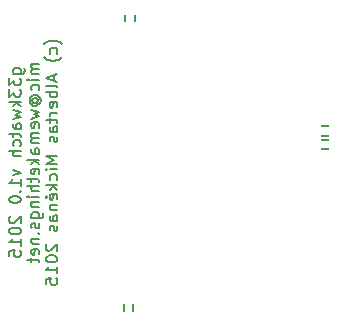
<source format=gbr>
G04 #@! TF.FileFunction,Legend,Bot*
%FSLAX46Y46*%
G04 Gerber Fmt 4.6, Leading zero omitted, Abs format (unit mm)*
G04 Created by KiCad (PCBNEW (2015-03-21 BZR 5528)-product) date Wed 25 Mar 2015 08:48:55 AM EET*
%MOMM*%
G01*
G04 APERTURE LIST*
%ADD10C,0.100000*%
%ADD11C,0.150000*%
%ADD12C,0.127000*%
%ADD13C,1.300000*%
%ADD14C,17.800000*%
%ADD15R,5.200000X2.500000*%
%ADD16R,1.000760X0.899160*%
%ADD17R,0.899160X1.000760*%
G04 APERTURE END LIST*
D10*
D11*
X-13448286Y7523810D02*
X-12638762Y7523810D01*
X-12543524Y7571429D01*
X-12495905Y7619048D01*
X-12448286Y7714287D01*
X-12448286Y7857144D01*
X-12495905Y7952382D01*
X-12829238Y7523810D02*
X-12781619Y7619048D01*
X-12781619Y7809525D01*
X-12829238Y7904763D01*
X-12876857Y7952382D01*
X-12972095Y8000001D01*
X-13257810Y8000001D01*
X-13353048Y7952382D01*
X-13400667Y7904763D01*
X-13448286Y7809525D01*
X-13448286Y7619048D01*
X-13400667Y7523810D01*
X-13781619Y7142858D02*
X-13781619Y6523810D01*
X-13400667Y6857144D01*
X-13400667Y6714286D01*
X-13353048Y6619048D01*
X-13305429Y6571429D01*
X-13210190Y6523810D01*
X-12972095Y6523810D01*
X-12876857Y6571429D01*
X-12829238Y6619048D01*
X-12781619Y6714286D01*
X-12781619Y7000001D01*
X-12829238Y7095239D01*
X-12876857Y7142858D01*
X-13781619Y6190477D02*
X-13781619Y5571429D01*
X-13400667Y5904763D01*
X-13400667Y5761905D01*
X-13353048Y5666667D01*
X-13305429Y5619048D01*
X-13210190Y5571429D01*
X-12972095Y5571429D01*
X-12876857Y5619048D01*
X-12829238Y5666667D01*
X-12781619Y5761905D01*
X-12781619Y6047620D01*
X-12829238Y6142858D01*
X-12876857Y6190477D01*
X-12781619Y5142858D02*
X-13781619Y5142858D01*
X-13162571Y5047620D02*
X-12781619Y4761905D01*
X-13448286Y4761905D02*
X-13067333Y5142858D01*
X-13448286Y4428572D02*
X-12781619Y4238096D01*
X-13257810Y4047619D01*
X-12781619Y3857143D01*
X-13448286Y3666667D01*
X-12781619Y2857143D02*
X-13305429Y2857143D01*
X-13400667Y2904762D01*
X-13448286Y3000000D01*
X-13448286Y3190477D01*
X-13400667Y3285715D01*
X-12829238Y2857143D02*
X-12781619Y2952381D01*
X-12781619Y3190477D01*
X-12829238Y3285715D01*
X-12924476Y3333334D01*
X-13019714Y3333334D01*
X-13114952Y3285715D01*
X-13162571Y3190477D01*
X-13162571Y2952381D01*
X-13210190Y2857143D01*
X-13448286Y2523810D02*
X-13448286Y2142858D01*
X-13781619Y2380953D02*
X-12924476Y2380953D01*
X-12829238Y2333334D01*
X-12781619Y2238096D01*
X-12781619Y2142858D01*
X-12829238Y1380952D02*
X-12781619Y1476190D01*
X-12781619Y1666667D01*
X-12829238Y1761905D01*
X-12876857Y1809524D01*
X-12972095Y1857143D01*
X-13257810Y1857143D01*
X-13353048Y1809524D01*
X-13400667Y1761905D01*
X-13448286Y1666667D01*
X-13448286Y1476190D01*
X-13400667Y1380952D01*
X-12781619Y952381D02*
X-13781619Y952381D01*
X-12781619Y523809D02*
X-13305429Y523809D01*
X-13400667Y571428D01*
X-13448286Y666666D01*
X-13448286Y809524D01*
X-13400667Y904762D01*
X-13353048Y952381D01*
X-13448286Y-619048D02*
X-12781619Y-857143D01*
X-13448286Y-1095239D01*
X-12781619Y-2000001D02*
X-12781619Y-1428572D01*
X-12781619Y-1714286D02*
X-13781619Y-1714286D01*
X-13638762Y-1619048D01*
X-13543524Y-1523810D01*
X-13495905Y-1428572D01*
X-12876857Y-2428572D02*
X-12829238Y-2476191D01*
X-12781619Y-2428572D01*
X-12829238Y-2380953D01*
X-12876857Y-2428572D01*
X-12781619Y-2428572D01*
X-13781619Y-3095238D02*
X-13781619Y-3190477D01*
X-13734000Y-3285715D01*
X-13686381Y-3333334D01*
X-13591143Y-3380953D01*
X-13400667Y-3428572D01*
X-13162571Y-3428572D01*
X-12972095Y-3380953D01*
X-12876857Y-3333334D01*
X-12829238Y-3285715D01*
X-12781619Y-3190477D01*
X-12781619Y-3095238D01*
X-12829238Y-3000000D01*
X-12876857Y-2952381D01*
X-12972095Y-2904762D01*
X-13162571Y-2857143D01*
X-13400667Y-2857143D01*
X-13591143Y-2904762D01*
X-13686381Y-2952381D01*
X-13734000Y-3000000D01*
X-13781619Y-3095238D01*
X-13686381Y-4571429D02*
X-13734000Y-4619048D01*
X-13781619Y-4714286D01*
X-13781619Y-4952382D01*
X-13734000Y-5047620D01*
X-13686381Y-5095239D01*
X-13591143Y-5142858D01*
X-13495905Y-5142858D01*
X-13353048Y-5095239D01*
X-12781619Y-4523810D01*
X-12781619Y-5142858D01*
X-13781619Y-5761905D02*
X-13781619Y-5857144D01*
X-13734000Y-5952382D01*
X-13686381Y-6000001D01*
X-13591143Y-6047620D01*
X-13400667Y-6095239D01*
X-13162571Y-6095239D01*
X-12972095Y-6047620D01*
X-12876857Y-6000001D01*
X-12829238Y-5952382D01*
X-12781619Y-5857144D01*
X-12781619Y-5761905D01*
X-12829238Y-5666667D01*
X-12876857Y-5619048D01*
X-12972095Y-5571429D01*
X-13162571Y-5523810D01*
X-13400667Y-5523810D01*
X-13591143Y-5571429D01*
X-13686381Y-5619048D01*
X-13734000Y-5666667D01*
X-13781619Y-5761905D01*
X-12781619Y-7047620D02*
X-12781619Y-6476191D01*
X-12781619Y-6761905D02*
X-13781619Y-6761905D01*
X-13638762Y-6666667D01*
X-13543524Y-6571429D01*
X-13495905Y-6476191D01*
X-13781619Y-7952382D02*
X-13781619Y-7476191D01*
X-13305429Y-7428572D01*
X-13353048Y-7476191D01*
X-13400667Y-7571429D01*
X-13400667Y-7809525D01*
X-13353048Y-7904763D01*
X-13305429Y-7952382D01*
X-13210190Y-8000001D01*
X-12972095Y-8000001D01*
X-12876857Y-7952382D01*
X-12829238Y-7904763D01*
X-12781619Y-7809525D01*
X-12781619Y-7571429D01*
X-12829238Y-7476191D01*
X-12876857Y-7428572D01*
X-11231619Y8333333D02*
X-11898286Y8333333D01*
X-11803048Y8333333D02*
X-11850667Y8285714D01*
X-11898286Y8190476D01*
X-11898286Y8047618D01*
X-11850667Y7952380D01*
X-11755429Y7904761D01*
X-11231619Y7904761D01*
X-11755429Y7904761D02*
X-11850667Y7857142D01*
X-11898286Y7761904D01*
X-11898286Y7619047D01*
X-11850667Y7523809D01*
X-11755429Y7476190D01*
X-11231619Y7476190D01*
X-11231619Y7000000D02*
X-11898286Y7000000D01*
X-12231619Y7000000D02*
X-12184000Y7047619D01*
X-12136381Y7000000D01*
X-12184000Y6952381D01*
X-12231619Y7000000D01*
X-12136381Y7000000D01*
X-11279238Y6095238D02*
X-11231619Y6190476D01*
X-11231619Y6380953D01*
X-11279238Y6476191D01*
X-11326857Y6523810D01*
X-11422095Y6571429D01*
X-11707810Y6571429D01*
X-11803048Y6523810D01*
X-11850667Y6476191D01*
X-11898286Y6380953D01*
X-11898286Y6190476D01*
X-11850667Y6095238D01*
X-11707810Y5047619D02*
X-11755429Y5095238D01*
X-11803048Y5190476D01*
X-11803048Y5285714D01*
X-11755429Y5380952D01*
X-11707810Y5428572D01*
X-11612571Y5476191D01*
X-11517333Y5476191D01*
X-11422095Y5428572D01*
X-11374476Y5380952D01*
X-11326857Y5285714D01*
X-11326857Y5190476D01*
X-11374476Y5095238D01*
X-11422095Y5047619D01*
X-11803048Y5047619D02*
X-11422095Y5047619D01*
X-11374476Y5000000D01*
X-11374476Y4952381D01*
X-11422095Y4857143D01*
X-11517333Y4809524D01*
X-11755429Y4809524D01*
X-11898286Y4904762D01*
X-11993524Y5047619D01*
X-12041143Y5238095D01*
X-11993524Y5428572D01*
X-11898286Y5571429D01*
X-11755429Y5666667D01*
X-11564952Y5714286D01*
X-11374476Y5666667D01*
X-11231619Y5571429D01*
X-11136381Y5428572D01*
X-11088762Y5238095D01*
X-11136381Y5047619D01*
X-11231619Y4904762D01*
X-11898286Y4476191D02*
X-11231619Y4285715D01*
X-11707810Y4095238D01*
X-11231619Y3904762D01*
X-11898286Y3714286D01*
X-11279238Y2952381D02*
X-11231619Y3047619D01*
X-11231619Y3238096D01*
X-11279238Y3333334D01*
X-11374476Y3380953D01*
X-11755429Y3380953D01*
X-11850667Y3333334D01*
X-11898286Y3238096D01*
X-11898286Y3047619D01*
X-11850667Y2952381D01*
X-11755429Y2904762D01*
X-11660190Y2904762D01*
X-11564952Y3380953D01*
X-11231619Y2476191D02*
X-11898286Y2476191D01*
X-11803048Y2476191D02*
X-11850667Y2428572D01*
X-11898286Y2333334D01*
X-11898286Y2190476D01*
X-11850667Y2095238D01*
X-11755429Y2047619D01*
X-11231619Y2047619D01*
X-11755429Y2047619D02*
X-11850667Y2000000D01*
X-11898286Y1904762D01*
X-11898286Y1761905D01*
X-11850667Y1666667D01*
X-11755429Y1619048D01*
X-11231619Y1619048D01*
X-11231619Y714286D02*
X-11755429Y714286D01*
X-11850667Y761905D01*
X-11898286Y857143D01*
X-11898286Y1047620D01*
X-11850667Y1142858D01*
X-11279238Y714286D02*
X-11231619Y809524D01*
X-11231619Y1047620D01*
X-11279238Y1142858D01*
X-11374476Y1190477D01*
X-11469714Y1190477D01*
X-11564952Y1142858D01*
X-11612571Y1047620D01*
X-11612571Y809524D01*
X-11660190Y714286D01*
X-11231619Y238096D02*
X-12231619Y238096D01*
X-11612571Y142858D02*
X-11231619Y-142857D01*
X-11898286Y-142857D02*
X-11517333Y238096D01*
X-11279238Y-952381D02*
X-11231619Y-857143D01*
X-11231619Y-666666D01*
X-11279238Y-571428D01*
X-11374476Y-523809D01*
X-11755429Y-523809D01*
X-11850667Y-571428D01*
X-11898286Y-666666D01*
X-11898286Y-857143D01*
X-11850667Y-952381D01*
X-11755429Y-1000000D01*
X-11660190Y-1000000D01*
X-11564952Y-523809D01*
X-11898286Y-1285714D02*
X-11898286Y-1666666D01*
X-12231619Y-1428571D02*
X-11374476Y-1428571D01*
X-11279238Y-1476190D01*
X-11231619Y-1571428D01*
X-11231619Y-1666666D01*
X-11231619Y-2000000D02*
X-12231619Y-2000000D01*
X-11231619Y-2428572D02*
X-11755429Y-2428572D01*
X-11850667Y-2380953D01*
X-11898286Y-2285715D01*
X-11898286Y-2142857D01*
X-11850667Y-2047619D01*
X-11803048Y-2000000D01*
X-11231619Y-2904762D02*
X-11898286Y-2904762D01*
X-12231619Y-2904762D02*
X-12184000Y-2857143D01*
X-12136381Y-2904762D01*
X-12184000Y-2952381D01*
X-12231619Y-2904762D01*
X-12136381Y-2904762D01*
X-11898286Y-3380952D02*
X-11231619Y-3380952D01*
X-11803048Y-3380952D02*
X-11850667Y-3428571D01*
X-11898286Y-3523809D01*
X-11898286Y-3666667D01*
X-11850667Y-3761905D01*
X-11755429Y-3809524D01*
X-11231619Y-3809524D01*
X-11898286Y-4714286D02*
X-11088762Y-4714286D01*
X-10993524Y-4666667D01*
X-10945905Y-4619048D01*
X-10898286Y-4523809D01*
X-10898286Y-4380952D01*
X-10945905Y-4285714D01*
X-11279238Y-4714286D02*
X-11231619Y-4619048D01*
X-11231619Y-4428571D01*
X-11279238Y-4333333D01*
X-11326857Y-4285714D01*
X-11422095Y-4238095D01*
X-11707810Y-4238095D01*
X-11803048Y-4285714D01*
X-11850667Y-4333333D01*
X-11898286Y-4428571D01*
X-11898286Y-4619048D01*
X-11850667Y-4714286D01*
X-11279238Y-5142857D02*
X-11231619Y-5238095D01*
X-11231619Y-5428571D01*
X-11279238Y-5523810D01*
X-11374476Y-5571429D01*
X-11422095Y-5571429D01*
X-11517333Y-5523810D01*
X-11564952Y-5428571D01*
X-11564952Y-5285714D01*
X-11612571Y-5190476D01*
X-11707810Y-5142857D01*
X-11755429Y-5142857D01*
X-11850667Y-5190476D01*
X-11898286Y-5285714D01*
X-11898286Y-5428571D01*
X-11850667Y-5523810D01*
X-11326857Y-6000000D02*
X-11279238Y-6047619D01*
X-11231619Y-6000000D01*
X-11279238Y-5952381D01*
X-11326857Y-6000000D01*
X-11231619Y-6000000D01*
X-11898286Y-6476190D02*
X-11231619Y-6476190D01*
X-11803048Y-6476190D02*
X-11850667Y-6523809D01*
X-11898286Y-6619047D01*
X-11898286Y-6761905D01*
X-11850667Y-6857143D01*
X-11755429Y-6904762D01*
X-11231619Y-6904762D01*
X-11279238Y-7761905D02*
X-11231619Y-7666667D01*
X-11231619Y-7476190D01*
X-11279238Y-7380952D01*
X-11374476Y-7333333D01*
X-11755429Y-7333333D01*
X-11850667Y-7380952D01*
X-11898286Y-7476190D01*
X-11898286Y-7666667D01*
X-11850667Y-7761905D01*
X-11755429Y-7809524D01*
X-11660190Y-7809524D01*
X-11564952Y-7333333D01*
X-11898286Y-8095238D02*
X-11898286Y-8476190D01*
X-12231619Y-8238095D02*
X-11374476Y-8238095D01*
X-11279238Y-8285714D01*
X-11231619Y-8380952D01*
X-11231619Y-8476190D01*
X-9300667Y10023811D02*
X-9348286Y10071431D01*
X-9491143Y10166669D01*
X-9586381Y10214288D01*
X-9729238Y10261907D01*
X-9967333Y10309526D01*
X-10157810Y10309526D01*
X-10395905Y10261907D01*
X-10538762Y10214288D01*
X-10634000Y10166669D01*
X-10776857Y10071431D01*
X-10824476Y10023811D01*
X-9729238Y9214287D02*
X-9681619Y9309525D01*
X-9681619Y9500002D01*
X-9729238Y9595240D01*
X-9776857Y9642859D01*
X-9872095Y9690478D01*
X-10157810Y9690478D01*
X-10253048Y9642859D01*
X-10300667Y9595240D01*
X-10348286Y9500002D01*
X-10348286Y9309525D01*
X-10300667Y9214287D01*
X-9300667Y8880954D02*
X-9348286Y8833335D01*
X-9491143Y8738097D01*
X-9586381Y8690478D01*
X-9729238Y8642859D01*
X-9967333Y8595240D01*
X-10157810Y8595240D01*
X-10395905Y8642859D01*
X-10538762Y8690478D01*
X-10634000Y8738097D01*
X-10776857Y8833335D01*
X-10824476Y8880954D01*
X-9967333Y7404763D02*
X-9967333Y6928572D01*
X-9681619Y7500001D02*
X-10681619Y7166668D01*
X-9681619Y6833334D01*
X-9681619Y6357144D02*
X-9729238Y6452382D01*
X-9824476Y6500001D01*
X-10681619Y6500001D01*
X-9681619Y5976191D02*
X-10681619Y5976191D01*
X-10300667Y5976191D02*
X-10348286Y5880953D01*
X-10348286Y5690476D01*
X-10300667Y5595238D01*
X-10253048Y5547619D01*
X-10157810Y5500000D01*
X-9872095Y5500000D01*
X-9776857Y5547619D01*
X-9729238Y5595238D01*
X-9681619Y5690476D01*
X-9681619Y5880953D01*
X-9729238Y5976191D01*
X-9729238Y4690476D02*
X-9681619Y4785714D01*
X-9681619Y4976191D01*
X-9729238Y5071429D01*
X-9824476Y5119048D01*
X-10205429Y5119048D01*
X-10300667Y5071429D01*
X-10348286Y4976191D01*
X-10348286Y4785714D01*
X-10300667Y4690476D01*
X-10205429Y4642857D01*
X-10110190Y4642857D01*
X-10014952Y5119048D01*
X-9681619Y4214286D02*
X-10348286Y4214286D01*
X-10157810Y4214286D02*
X-10253048Y4166667D01*
X-10300667Y4119048D01*
X-10348286Y4023810D01*
X-10348286Y3928571D01*
X-10348286Y3738095D02*
X-10348286Y3357143D01*
X-10681619Y3595238D02*
X-9824476Y3595238D01*
X-9729238Y3547619D01*
X-9681619Y3452381D01*
X-9681619Y3357143D01*
X-9681619Y2595237D02*
X-10205429Y2595237D01*
X-10300667Y2642856D01*
X-10348286Y2738094D01*
X-10348286Y2928571D01*
X-10300667Y3023809D01*
X-9729238Y2595237D02*
X-9681619Y2690475D01*
X-9681619Y2928571D01*
X-9729238Y3023809D01*
X-9824476Y3071428D01*
X-9919714Y3071428D01*
X-10014952Y3023809D01*
X-10062571Y2928571D01*
X-10062571Y2690475D01*
X-10110190Y2595237D01*
X-9729238Y2166666D02*
X-9681619Y2071428D01*
X-9681619Y1880952D01*
X-9729238Y1785713D01*
X-9824476Y1738094D01*
X-9872095Y1738094D01*
X-9967333Y1785713D01*
X-10014952Y1880952D01*
X-10014952Y2023809D01*
X-10062571Y2119047D01*
X-10157810Y2166666D01*
X-10205429Y2166666D01*
X-10300667Y2119047D01*
X-10348286Y2023809D01*
X-10348286Y1880952D01*
X-10300667Y1785713D01*
X-9681619Y547618D02*
X-10681619Y547618D01*
X-9967333Y214284D01*
X-10681619Y-119049D01*
X-9681619Y-119049D01*
X-9681619Y-595239D02*
X-10348286Y-595239D01*
X-10681619Y-595239D02*
X-10634000Y-547620D01*
X-10586381Y-595239D01*
X-10634000Y-642858D01*
X-10681619Y-595239D01*
X-10586381Y-595239D01*
X-9729238Y-1500001D02*
X-9681619Y-1404763D01*
X-9681619Y-1214286D01*
X-9729238Y-1119048D01*
X-9776857Y-1071429D01*
X-9872095Y-1023810D01*
X-10157810Y-1023810D01*
X-10253048Y-1071429D01*
X-10300667Y-1119048D01*
X-10348286Y-1214286D01*
X-10348286Y-1404763D01*
X-10300667Y-1500001D01*
X-9681619Y-1928572D02*
X-10681619Y-1928572D01*
X-10062571Y-2023810D02*
X-9681619Y-2309525D01*
X-10348286Y-2309525D02*
X-9967333Y-1928572D01*
X-9729238Y-3119049D02*
X-9681619Y-3023811D01*
X-9681619Y-2833334D01*
X-9729238Y-2738096D01*
X-9824476Y-2690477D01*
X-10205429Y-2690477D01*
X-10300667Y-2738096D01*
X-10348286Y-2833334D01*
X-10348286Y-3023811D01*
X-10300667Y-3119049D01*
X-10205429Y-3166668D01*
X-10110190Y-3166668D01*
X-10014952Y-2690477D01*
X-10681619Y-2928572D02*
X-10634000Y-2880953D01*
X-10586381Y-2928572D01*
X-10634000Y-2976191D01*
X-10681619Y-2928572D01*
X-10586381Y-2928572D01*
X-10348286Y-3595239D02*
X-9681619Y-3595239D01*
X-10253048Y-3595239D02*
X-10300667Y-3642858D01*
X-10348286Y-3738096D01*
X-10348286Y-3880954D01*
X-10300667Y-3976192D01*
X-10205429Y-4023811D01*
X-9681619Y-4023811D01*
X-9681619Y-4928573D02*
X-10205429Y-4928573D01*
X-10300667Y-4880954D01*
X-10348286Y-4785716D01*
X-10348286Y-4595239D01*
X-10300667Y-4500001D01*
X-9729238Y-4928573D02*
X-9681619Y-4833335D01*
X-9681619Y-4595239D01*
X-9729238Y-4500001D01*
X-9824476Y-4452382D01*
X-9919714Y-4452382D01*
X-10014952Y-4500001D01*
X-10062571Y-4595239D01*
X-10062571Y-4833335D01*
X-10110190Y-4928573D01*
X-9729238Y-5357144D02*
X-9681619Y-5452382D01*
X-9681619Y-5642858D01*
X-9729238Y-5738097D01*
X-9824476Y-5785716D01*
X-9872095Y-5785716D01*
X-9967333Y-5738097D01*
X-10014952Y-5642858D01*
X-10014952Y-5500001D01*
X-10062571Y-5404763D01*
X-10157810Y-5357144D01*
X-10205429Y-5357144D01*
X-10300667Y-5404763D01*
X-10348286Y-5500001D01*
X-10348286Y-5642858D01*
X-10300667Y-5738097D01*
X-10586381Y-6928573D02*
X-10634000Y-6976192D01*
X-10681619Y-7071430D01*
X-10681619Y-7309526D01*
X-10634000Y-7404764D01*
X-10586381Y-7452383D01*
X-10491143Y-7500002D01*
X-10395905Y-7500002D01*
X-10253048Y-7452383D01*
X-9681619Y-6880954D01*
X-9681619Y-7500002D01*
X-10681619Y-8119049D02*
X-10681619Y-8214288D01*
X-10634000Y-8309526D01*
X-10586381Y-8357145D01*
X-10491143Y-8404764D01*
X-10300667Y-8452383D01*
X-10062571Y-8452383D01*
X-9872095Y-8404764D01*
X-9776857Y-8357145D01*
X-9729238Y-8309526D01*
X-9681619Y-8214288D01*
X-9681619Y-8119049D01*
X-9729238Y-8023811D01*
X-9776857Y-7976192D01*
X-9872095Y-7928573D01*
X-10062571Y-7880954D01*
X-10300667Y-7880954D01*
X-10491143Y-7928573D01*
X-10586381Y-7976192D01*
X-10634000Y-8023811D01*
X-10681619Y-8119049D01*
X-9681619Y-9404764D02*
X-9681619Y-8833335D01*
X-9681619Y-9119049D02*
X-10681619Y-9119049D01*
X-10538762Y-9023811D01*
X-10443524Y-8928573D01*
X-10395905Y-8833335D01*
X-10681619Y-10309526D02*
X-10681619Y-9833335D01*
X-10205429Y-9785716D01*
X-10253048Y-9833335D01*
X-10300667Y-9928573D01*
X-10300667Y-10166669D01*
X-10253048Y-10261907D01*
X-10205429Y-10309526D01*
X-10110190Y-10357145D01*
X-9872095Y-10357145D01*
X-9776857Y-10309526D01*
X-9729238Y-10261907D01*
X-9681619Y-10166669D01*
X-9681619Y-9928573D01*
X-9729238Y-9833335D01*
X-9776857Y-9785716D01*
D12*
X-4089400Y-11760200D02*
X-3276600Y-11760200D01*
X-3302000Y-12877800D02*
X-4089400Y-12877800D01*
X-3276600Y-13131800D02*
X-3276600Y-11506200D01*
X-3276600Y-11506200D02*
X-4089400Y-11506200D01*
X-4089400Y-11506200D02*
X-4089400Y-13131800D01*
X-4089400Y-13131800D02*
X-3276600Y-13131800D01*
X-3962400Y12750800D02*
X-3149600Y12750800D01*
X-3175000Y11633200D02*
X-3962400Y11633200D01*
X-3149600Y11379200D02*
X-3149600Y13004800D01*
X-3149600Y13004800D02*
X-3962400Y13004800D01*
X-3962400Y13004800D02*
X-3962400Y11379200D01*
X-3962400Y11379200D02*
X-3149600Y11379200D01*
X13512800Y3073400D02*
X13512800Y2260600D01*
X12395200Y2286000D02*
X12395200Y3073400D01*
X12141200Y2260600D02*
X13766800Y2260600D01*
X13766800Y2260600D02*
X13766800Y3073400D01*
X13766800Y3073400D02*
X12141200Y3073400D01*
X12141200Y3073400D02*
X12141200Y2260600D01*
X13512800Y1930400D02*
X13512800Y1117600D01*
X12395200Y1143000D02*
X12395200Y1930400D01*
X12141200Y1117600D02*
X13766800Y1117600D01*
X13766800Y1117600D02*
X13766800Y1930400D01*
X13766800Y1930400D02*
X12141200Y1930400D01*
X12141200Y1930400D02*
X12141200Y1117600D01*
%LPC*%
D10*
G36*
X9341883Y-1516056D02*
X9807757Y222611D01*
X11063461Y-113854D01*
X10597587Y-1852521D01*
X9341883Y-1516056D01*
X9341883Y-1516056D01*
G37*
D13*
X9620329Y-2988288D02*
X9490919Y-3471250D01*
X12199229Y-1091112D02*
X12069819Y-1574074D01*
X11552181Y-3505926D02*
X11422771Y-3988888D01*
X14131081Y-1608750D02*
X14001671Y-2091712D01*
X13484033Y-4023564D02*
X13354623Y-4506526D01*
D14*
X0Y0D03*
D15*
X0Y-10985000D03*
X0Y10985000D03*
D16*
X-3683000Y-11567160D03*
X-3683000Y-13070840D03*
X-3556000Y12943840D03*
X-3556000Y11440160D03*
D17*
X13705840Y2667000D03*
X12202160Y2667000D03*
X13705840Y1524000D03*
X12202160Y1524000D03*
M02*

</source>
